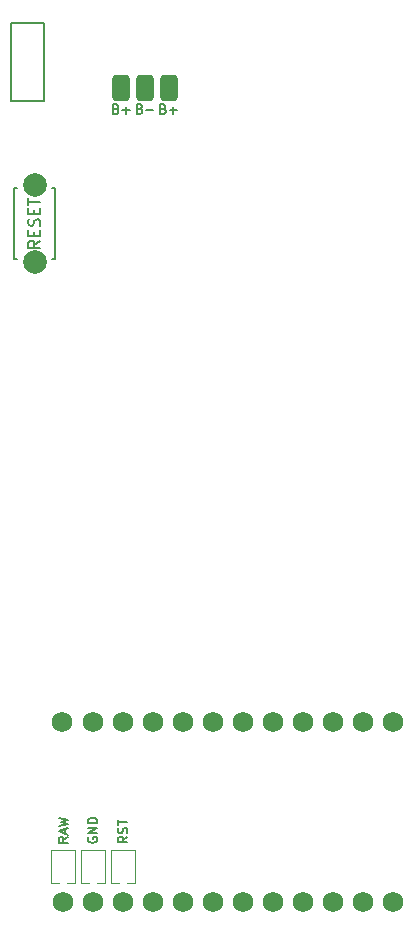
<source format=gbr>
%TF.GenerationSoftware,KiCad,Pcbnew,(6.0.4-0)*%
%TF.CreationDate,2022-06-15T11:13:41+02:00*%
%TF.ProjectId,konafa_min,6b6f6e61-6661-45f6-9d69-6e2e6b696361,v1.0.0*%
%TF.SameCoordinates,Original*%
%TF.FileFunction,Legend,Top*%
%TF.FilePolarity,Positive*%
%FSLAX46Y46*%
G04 Gerber Fmt 4.6, Leading zero omitted, Abs format (unit mm)*
G04 Created by KiCad (PCBNEW (6.0.4-0)) date 2022-06-15 11:13:41*
%MOMM*%
%LPD*%
G01*
G04 APERTURE LIST*
G04 Aperture macros list*
%AMRoundRect*
0 Rectangle with rounded corners*
0 $1 Rounding radius*
0 $2 $3 $4 $5 $6 $7 $8 $9 X,Y pos of 4 corners*
0 Add a 4 corners polygon primitive as box body*
4,1,4,$2,$3,$4,$5,$6,$7,$8,$9,$2,$3,0*
0 Add four circle primitives for the rounded corners*
1,1,$1+$1,$2,$3*
1,1,$1+$1,$4,$5*
1,1,$1+$1,$6,$7*
1,1,$1+$1,$8,$9*
0 Add four rect primitives between the rounded corners*
20,1,$1+$1,$2,$3,$4,$5,0*
20,1,$1+$1,$4,$5,$6,$7,0*
20,1,$1+$1,$6,$7,$8,$9,0*
20,1,$1+$1,$8,$9,$2,$3,0*%
G04 Aperture macros list end*
%ADD10C,0.150000*%
%ADD11C,0.120000*%
%ADD12RoundRect,0.375000X-0.375000X-0.750000X0.375000X-0.750000X0.375000X0.750000X-0.375000X0.750000X0*%
%ADD13C,2.000000*%
%ADD14C,1.752600*%
G04 APERTURE END LIST*
D10*
%TO.C,*%
%TO.C,PAD1*%
X204597250Y-68066973D02*
X204711536Y-68105068D01*
X204749631Y-68143163D01*
X204787726Y-68219354D01*
X204787726Y-68333639D01*
X204749631Y-68409830D01*
X204711536Y-68447925D01*
X204635346Y-68486020D01*
X204330584Y-68486020D01*
X204330584Y-67686020D01*
X204597250Y-67686020D01*
X204673441Y-67724116D01*
X204711536Y-67762211D01*
X204749631Y-67838401D01*
X204749631Y-67914592D01*
X204711536Y-67990782D01*
X204673441Y-68028877D01*
X204597250Y-68066973D01*
X204330584Y-68066973D01*
X205130584Y-68181258D02*
X205740107Y-68181258D01*
X202597250Y-68066973D02*
X202711536Y-68105068D01*
X202749631Y-68143163D01*
X202787726Y-68219354D01*
X202787726Y-68333639D01*
X202749631Y-68409830D01*
X202711536Y-68447925D01*
X202635346Y-68486020D01*
X202330584Y-68486020D01*
X202330584Y-67686020D01*
X202597250Y-67686020D01*
X202673441Y-67724116D01*
X202711536Y-67762211D01*
X202749631Y-67838401D01*
X202749631Y-67914592D01*
X202711536Y-67990782D01*
X202673441Y-68028877D01*
X202597250Y-68066973D01*
X202330584Y-68066973D01*
X203130584Y-68181258D02*
X203740107Y-68181258D01*
X203435346Y-68486020D02*
X203435346Y-67876496D01*
X206597250Y-68066973D02*
X206711536Y-68105068D01*
X206749631Y-68143163D01*
X206787726Y-68219354D01*
X206787726Y-68333639D01*
X206749631Y-68409830D01*
X206711536Y-68447925D01*
X206635346Y-68486020D01*
X206330584Y-68486020D01*
X206330584Y-67686020D01*
X206597250Y-67686020D01*
X206673441Y-67724116D01*
X206711536Y-67762211D01*
X206749631Y-67838401D01*
X206749631Y-67914592D01*
X206711536Y-67990782D01*
X206673441Y-68028877D01*
X206597250Y-68066973D01*
X206330584Y-68066973D01*
X207130584Y-68181258D02*
X207740107Y-68181258D01*
X207435346Y-68486020D02*
X207435346Y-67876496D01*
%TO.C,B1*%
X196159380Y-79251380D02*
X195683190Y-79584714D01*
X196159380Y-79822809D02*
X195159380Y-79822809D01*
X195159380Y-79441857D01*
X195207000Y-79346619D01*
X195254619Y-79299000D01*
X195349857Y-79251380D01*
X195492714Y-79251380D01*
X195587952Y-79299000D01*
X195635571Y-79346619D01*
X195683190Y-79441857D01*
X195683190Y-79822809D01*
X195635571Y-78822809D02*
X195635571Y-78489476D01*
X196159380Y-78346619D02*
X196159380Y-78822809D01*
X195159380Y-78822809D01*
X195159380Y-78346619D01*
X196111761Y-77965666D02*
X196159380Y-77822809D01*
X196159380Y-77584714D01*
X196111761Y-77489476D01*
X196064142Y-77441857D01*
X195968904Y-77394238D01*
X195873666Y-77394238D01*
X195778428Y-77441857D01*
X195730809Y-77489476D01*
X195683190Y-77584714D01*
X195635571Y-77775190D01*
X195587952Y-77870428D01*
X195540333Y-77918047D01*
X195445095Y-77965666D01*
X195349857Y-77965666D01*
X195254619Y-77918047D01*
X195207000Y-77870428D01*
X195159380Y-77775190D01*
X195159380Y-77537095D01*
X195207000Y-77394238D01*
X195635571Y-76965666D02*
X195635571Y-76632333D01*
X196159380Y-76489476D02*
X196159380Y-76965666D01*
X195159380Y-76965666D01*
X195159380Y-76489476D01*
X195159380Y-76203761D02*
X195159380Y-75632333D01*
X196159380Y-75918047D02*
X195159380Y-75918047D01*
%TO.C,MCU1*%
X203553845Y-129702321D02*
X203172893Y-129968987D01*
X203553845Y-130159464D02*
X202753845Y-130159464D01*
X202753845Y-129854702D01*
X202791941Y-129778511D01*
X202830036Y-129740416D01*
X202906226Y-129702321D01*
X203020512Y-129702321D01*
X203096702Y-129740416D01*
X203134798Y-129778511D01*
X203172893Y-129854702D01*
X203172893Y-130159464D01*
X203515750Y-129397559D02*
X203553845Y-129283273D01*
X203553845Y-129092797D01*
X203515750Y-129016606D01*
X203477655Y-128978511D01*
X203401464Y-128940416D01*
X203325274Y-128940416D01*
X203249083Y-128978511D01*
X203210988Y-129016606D01*
X203172893Y-129092797D01*
X203134798Y-129245178D01*
X203096702Y-129321368D01*
X203058607Y-129359464D01*
X202982417Y-129397559D01*
X202906226Y-129397559D01*
X202830036Y-129359464D01*
X202791941Y-129321368D01*
X202753845Y-129245178D01*
X202753845Y-129054702D01*
X202791941Y-128940416D01*
X202753845Y-128711845D02*
X202753845Y-128254702D01*
X203553845Y-128483273D02*
X202753845Y-128483273D01*
X198516277Y-129739584D02*
X198135325Y-130006251D01*
X198516277Y-130196727D02*
X197716277Y-130196727D01*
X197716277Y-129891965D01*
X197754373Y-129815775D01*
X197792468Y-129777680D01*
X197868658Y-129739584D01*
X197982944Y-129739584D01*
X198059134Y-129777680D01*
X198097230Y-129815775D01*
X198135325Y-129891965D01*
X198135325Y-130196727D01*
X198287706Y-129434823D02*
X198287706Y-129053870D01*
X198516277Y-129511013D02*
X197716277Y-129244346D01*
X198516277Y-128977680D01*
X197716277Y-128787204D02*
X198516277Y-128596727D01*
X197944849Y-128444346D01*
X198516277Y-128291965D01*
X197716277Y-128101489D01*
X200251941Y-129759464D02*
X200213845Y-129835655D01*
X200213845Y-129949941D01*
X200251941Y-130064226D01*
X200328131Y-130140417D01*
X200404321Y-130178512D01*
X200556702Y-130216607D01*
X200670988Y-130216607D01*
X200823369Y-130178512D01*
X200899560Y-130140417D01*
X200975750Y-130064226D01*
X201013845Y-129949941D01*
X201013845Y-129873750D01*
X200975750Y-129759464D01*
X200937655Y-129721369D01*
X200670988Y-129721369D01*
X200670988Y-129873750D01*
X201013845Y-129378512D02*
X200213845Y-129378512D01*
X201013845Y-128921369D01*
X200213845Y-128921369D01*
X201013845Y-128540417D02*
X200213845Y-128540417D01*
X200213845Y-128349941D01*
X200251941Y-128235655D01*
X200328131Y-128159464D01*
X200404321Y-128121369D01*
X200556702Y-128083274D01*
X200670988Y-128083274D01*
X200823369Y-128121369D01*
X200899560Y-128159464D01*
X200975750Y-128235655D01*
X201013845Y-128349941D01*
X201013845Y-128540417D01*
%TO.C,B1*%
X193957000Y-80799000D02*
X193957000Y-74799000D01*
X197457000Y-80799000D02*
X197457000Y-74799000D01*
X193957000Y-74799000D02*
X194207000Y-74799000D01*
X197457000Y-80799000D02*
X197207000Y-80799000D01*
X197457000Y-74799000D02*
X197207000Y-74799000D01*
X193957000Y-80799000D02*
X194207000Y-80799000D01*
%TO.C,T1*%
X193671762Y-67365501D02*
X196521762Y-67365501D01*
X193671762Y-62115501D02*
X193671762Y-66015501D01*
X196521762Y-67365501D02*
X196521762Y-60765501D01*
X193671762Y-64065501D02*
X193671762Y-60765501D01*
X196521762Y-60765501D02*
X193671762Y-60765501D01*
X193671762Y-64065501D02*
X193671762Y-67365501D01*
D11*
%TO.C,MCU1*%
X199120000Y-133596477D02*
X198440000Y-133596477D01*
X204200000Y-133596477D02*
X203540000Y-133596477D01*
X201660000Y-130796477D02*
X201660000Y-133596477D01*
X202865000Y-133596477D02*
X202200000Y-133596477D01*
X199120000Y-130796477D02*
X199120000Y-133596477D01*
X204200000Y-130796477D02*
X204200000Y-133596477D01*
X201660000Y-133596477D02*
X200990000Y-133596477D01*
X202200000Y-130796477D02*
X204200000Y-130796477D01*
X202200000Y-133596477D02*
X202200000Y-130796477D01*
X197120000Y-133596477D02*
X197120000Y-130796477D01*
X197790000Y-133596477D02*
X197120000Y-133596477D01*
X199660000Y-133596477D02*
X199660000Y-130796477D01*
X200340000Y-133596477D02*
X199660000Y-133596477D01*
X197120000Y-130796477D02*
X199120000Y-130796477D01*
X199660000Y-130796477D02*
X201660000Y-130796477D01*
%TD*%
D12*
%TO.C,PAD1*%
X207035346Y-66324116D03*
X205035346Y-66324116D03*
X203035346Y-66324116D03*
%TD*%
D13*
%TO.C,B1*%
X195707000Y-74549000D03*
X195707000Y-81049000D03*
%TD*%
D14*
%TO.C,MCU1*%
X203200000Y-120015000D03*
X198036254Y-120015000D03*
X200660000Y-120015000D03*
X203200000Y-135255000D03*
X200660000Y-135255000D03*
X198120000Y-135255000D03*
X205740000Y-120015000D03*
X208280000Y-120015000D03*
X210820000Y-120015000D03*
X213360000Y-120015000D03*
X215900000Y-120015000D03*
X218440000Y-120015000D03*
X220980000Y-120015000D03*
X223520000Y-120015000D03*
X226060000Y-120015000D03*
X205740000Y-135255000D03*
X208280000Y-135255000D03*
X210820000Y-135255000D03*
X213360000Y-135255000D03*
X215900000Y-135255000D03*
X218440000Y-135255000D03*
X220980000Y-135255000D03*
X223520000Y-135255000D03*
X226060000Y-135255000D03*
%TD*%
M02*

</source>
